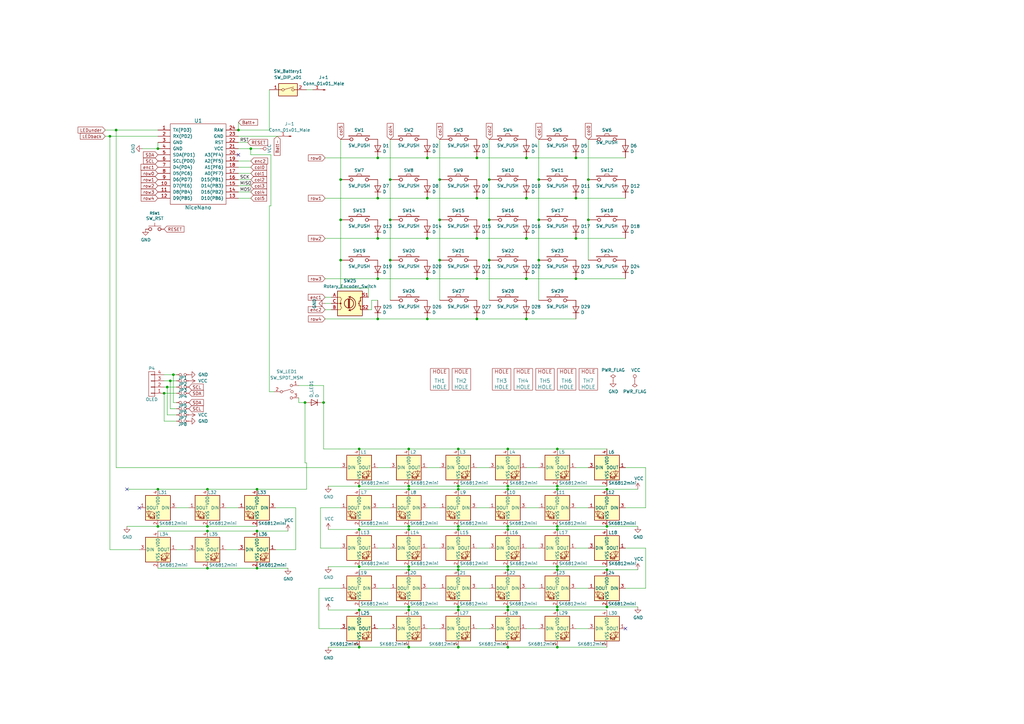
<source format=kicad_sch>
(kicad_sch (version 20211123) (generator eeschema)
  (paper "A3")
  (junction (at 187.96 199.39))
  (junction (at 228.6 233.68))
  (junction (at 228.6 265.43))
  (junction (at 154.94 81.28))
  (junction (at 187.96 232.41))
  (junction (at 228.6 250.19))
  (junction (at 154.94 114.3))
  (junction (at 187.96 233.68))
  (junction (at 215.9 114.3))
  (junction (at 45.085 55.88))
  (junction (at 105.41 200.66))
  (junction (at 220.98 106.68))
  (junction (at 187.96 250.19))
  (junction (at 85.09 215.9))
  (junction (at 187.96 215.9))
  (junction (at 236.22 114.3))
  (junction (at 175.26 81.28))
  (junction (at 208.28 248.92))
  (junction (at 208.28 233.68))
  (junction (at 85.09 233.045))
  (junction (at 85.09 200.66))
  (junction (at 180.34 73.66))
  (junction (at 228.6 200.66))
  (junction (at 187.96 200.66))
  (junction (at 228.6 199.39))
  (junction (at 167.64 233.68))
  (junction (at 248.92 215.9))
  (junction (at 167.64 199.39))
  (junction (at 102.87 60.96))
  (junction (at 208.28 217.17))
  (junction (at 200.66 73.66))
  (junction (at 175.26 130.81))
  (junction (at 200.66 90.17))
  (junction (at 147.32 250.19))
  (junction (at 154.94 97.79))
  (junction (at 228.6 232.41))
  (junction (at 175.26 64.77))
  (junction (at 236.22 64.77))
  (junction (at 187.96 248.92))
  (junction (at 47.625 53.34))
  (junction (at 147.32 265.43))
  (junction (at 105.41 217.805))
  (junction (at 195.58 64.77))
  (junction (at 215.9 130.81))
  (junction (at 167.64 250.19))
  (junction (at 167.64 265.43))
  (junction (at 241.3 73.66))
  (junction (at 147.32 217.17))
  (junction (at 71.12 153.67))
  (junction (at 208.28 215.9))
  (junction (at 228.6 248.92))
  (junction (at 175.26 114.3))
  (junction (at 228.6 215.9))
  (junction (at 167.64 215.9))
  (junction (at 147.32 184.15))
  (junction (at 208.28 200.66))
  (junction (at 236.22 97.79))
  (junction (at 248.92 200.66))
  (junction (at 215.9 64.77))
  (junction (at 228.6 217.17))
  (junction (at 187.96 217.17))
  (junction (at 248.92 233.68))
  (junction (at 67.31 161.29))
  (junction (at 220.98 90.17))
  (junction (at 200.66 106.68))
  (junction (at 175.26 97.79))
  (junction (at 97.79 53.34))
  (junction (at 125.095 165.1))
  (junction (at 139.7 73.66))
  (junction (at 147.32 199.39))
  (junction (at 167.64 248.92))
  (junction (at 147.32 232.41))
  (junction (at 241.3 90.17))
  (junction (at 187.96 184.15))
  (junction (at 154.94 130.81))
  (junction (at 64.77 215.9))
  (junction (at 208.28 250.19))
  (junction (at 220.98 73.66))
  (junction (at 215.9 97.79))
  (junction (at 195.58 81.28))
  (junction (at 208.28 232.41))
  (junction (at 85.09 217.805))
  (junction (at 105.41 233.045))
  (junction (at 68.58 158.75))
  (junction (at 139.7 90.17))
  (junction (at 208.28 199.39))
  (junction (at 167.64 200.66))
  (junction (at 248.92 248.92))
  (junction (at 154.94 64.77))
  (junction (at 64.77 60.96))
  (junction (at 64.77 200.66))
  (junction (at 160.02 73.66))
  (junction (at 195.58 97.79))
  (junction (at 167.64 184.15))
  (junction (at 180.34 106.68))
  (junction (at 160.02 106.68))
  (junction (at 69.85 156.21))
  (junction (at 167.64 217.17))
  (junction (at 208.28 184.15))
  (junction (at 215.9 81.28))
  (junction (at 195.58 130.81))
  (junction (at 236.22 81.28))
  (junction (at 208.28 265.43))
  (junction (at 195.58 114.3))
  (junction (at 132.715 165.1))
  (junction (at 167.64 232.41))
  (junction (at 160.02 90.17))
  (junction (at 228.6 184.15))
  (junction (at 180.34 90.17))
  (junction (at 139.7 106.68))
  (junction (at 187.96 265.43))
  (no_connect (at 97.79 63.5))
  (no_connect (at 52.07 200.66))
  (no_connect (at 256.54 257.81))
  (no_connect (at 57.15 208.28))
  (wire (pts (xy 154.94 97.79) (xy 133.35 97.79)))
  (wire (pts (xy 215.9 130.81) (xy 236.22 130.81)))
  (wire (pts (xy 72.39 165.1) (xy 71.12 165.1)))
  (wire (pts (xy 133.35 127) (xy 135.89 127)))
  (wire (pts (xy 208.28 215.9) (xy 228.6 215.9)))
  (wire (pts (xy 248.92 233.68) (xy 261.62 233.68)))
  (wire (pts (xy 187.96 265.43) (xy 208.28 265.43)))
  (wire (pts (xy 187.96 233.68) (xy 208.28 233.68)))
  (wire (pts (xy 167.64 233.68) (xy 187.96 233.68)))
  (wire (pts (xy 180.34 73.66) (xy 180.34 90.17)))
  (wire (pts (xy 187.96 232.41) (xy 208.28 232.41)))
  (wire (pts (xy 71.12 153.67) (xy 71.12 165.1)))
  (wire (pts (xy 208.28 248.92) (xy 228.6 248.92)))
  (wire (pts (xy 236.22 257.81) (xy 241.3 257.81)))
  (wire (pts (xy 133.35 130.81) (xy 154.94 130.81)))
  (wire (pts (xy 152.4 127) (xy 152.4 123.19)))
  (wire (pts (xy 154.94 241.3) (xy 160.02 241.3)))
  (wire (pts (xy 139.7 106.68) (xy 139.7 118.11)))
  (wire (pts (xy 147.32 200.66) (xy 167.64 200.66)))
  (wire (pts (xy 236.22 241.3) (xy 241.3 241.3)))
  (wire (pts (xy 228.6 248.92) (xy 248.92 248.92)))
  (wire (pts (xy 154.94 257.81) (xy 160.02 257.81)))
  (wire (pts (xy 154.94 208.28) (xy 160.02 208.28)))
  (wire (pts (xy 228.6 265.43) (xy 248.92 265.43)))
  (wire (pts (xy 228.6 232.41) (xy 248.92 232.41)))
  (wire (pts (xy 175.26 97.79) (xy 154.94 97.79)))
  (wire (pts (xy 147.32 265.43) (xy 167.64 265.43)))
  (wire (pts (xy 111.125 63.5) (xy 102.87 63.5)))
  (wire (pts (xy 147.32 184.15) (xy 167.64 184.15)))
  (wire (pts (xy 195.58 97.79) (xy 215.9 97.79)))
  (wire (pts (xy 241.3 73.66) (xy 241.3 57.15)))
  (wire (pts (xy 167.64 248.92) (xy 147.32 248.92)))
  (wire (pts (xy 228.6 184.15) (xy 248.92 184.15)))
  (wire (pts (xy 47.625 191.77) (xy 139.7 191.77)))
  (wire (pts (xy 97.79 53.34) (xy 110.49 53.34)))
  (wire (pts (xy 208.28 232.41) (xy 228.6 232.41)))
  (wire (pts (xy 97.79 73.66) (xy 102.87 73.66)))
  (wire (pts (xy 208.28 200.66) (xy 228.6 200.66)))
  (wire (pts (xy 154.94 114.3) (xy 133.35 114.3)))
  (wire (pts (xy 102.87 81.28) (xy 97.79 81.28)))
  (wire (pts (xy 122.555 158.115) (xy 132.715 158.115)))
  (wire (pts (xy 175.26 208.28) (xy 180.34 208.28)))
  (wire (pts (xy 215.9 81.28) (xy 236.22 81.28)))
  (wire (pts (xy 195.58 241.3) (xy 200.66 241.3)))
  (wire (pts (xy 64.77 58.42) (xy 64.77 60.96)))
  (wire (pts (xy 152.4 123.19) (xy 154.94 123.19)))
  (wire (pts (xy 105.41 200.66) (xy 125.73 200.66)))
  (wire (pts (xy 236.22 97.79) (xy 256.54 97.79)))
  (wire (pts (xy 132.715 158.115) (xy 132.715 165.1)))
  (wire (pts (xy 241.3 90.17) (xy 241.3 73.66)))
  (wire (pts (xy 215.9 208.28) (xy 220.98 208.28)))
  (wire (pts (xy 130.81 257.81) (xy 139.7 257.81)))
  (wire (pts (xy 208.28 199.39) (xy 228.6 199.39)))
  (wire (pts (xy 122.555 163.195) (xy 122.555 165.1)))
  (wire (pts (xy 175.26 114.3) (xy 195.58 114.3)))
  (wire (pts (xy 175.26 81.28) (xy 195.58 81.28)))
  (wire (pts (xy 132.715 165.1) (xy 132.715 184.15)))
  (wire (pts (xy 134.62 265.43) (xy 147.32 265.43)))
  (wire (pts (xy 45.085 55.88) (xy 64.77 55.88)))
  (wire (pts (xy 45.085 225.425) (xy 57.15 225.425)))
  (wire (pts (xy 175.26 224.79) (xy 180.34 224.79)))
  (wire (pts (xy 85.09 217.805) (xy 64.77 217.805)))
  (wire (pts (xy 131.445 208.28) (xy 131.445 224.79)))
  (wire (pts (xy 139.7 208.28) (xy 131.445 208.28)))
  (wire (pts (xy 236.22 64.77) (xy 256.54 64.77)))
  (wire (pts (xy 187.96 217.17) (xy 208.28 217.17)))
  (wire (pts (xy 228.6 199.39) (xy 248.92 199.39)))
  (wire (pts (xy 167.64 184.15) (xy 187.96 184.15)))
  (wire (pts (xy 134.62 232.41) (xy 147.32 232.41)))
  (wire (pts (xy 160.02 106.68) (xy 160.02 123.19)))
  (wire (pts (xy 105.41 217.805) (xy 85.09 217.805)))
  (wire (pts (xy 220.98 57.15) (xy 220.98 73.66)))
  (wire (pts (xy 110.49 160.655) (xy 112.395 160.655)))
  (wire (pts (xy 175.26 64.77) (xy 195.58 64.77)))
  (wire (pts (xy 236.22 191.77) (xy 241.3 191.77)))
  (wire (pts (xy 236.22 81.28) (xy 256.54 81.28)))
  (wire (pts (xy 105.41 217.805) (xy 118.11 217.805)))
  (wire (pts (xy 85.09 215.9) (xy 105.41 215.9)))
  (wire (pts (xy 68.58 158.75) (xy 72.39 158.75)))
  (wire (pts (xy 175.26 81.28) (xy 154.94 81.28)))
  (wire (pts (xy 167.64 200.66) (xy 187.96 200.66)))
  (wire (pts (xy 114.3 55.88) (xy 97.79 55.88)))
  (wire (pts (xy 167.64 232.41) (xy 187.96 232.41)))
  (wire (pts (xy 208.28 233.68) (xy 228.6 233.68)))
  (wire (pts (xy 97.79 68.58) (xy 102.87 68.58)))
  (wire (pts (xy 102.87 71.12) (xy 97.79 71.12)))
  (wire (pts (xy 154.94 224.79) (xy 160.02 224.79)))
  (wire (pts (xy 47.625 53.34) (xy 47.625 191.77)))
  (wire (pts (xy 106.68 60.96) (xy 102.87 60.96)))
  (wire (pts (xy 248.92 200.66) (xy 261.62 200.66)))
  (wire (pts (xy 220.98 106.68) (xy 220.98 90.17)))
  (wire (pts (xy 187.96 199.39) (xy 208.28 199.39)))
  (wire (pts (xy 175.26 241.3) (xy 180.34 241.3)))
  (wire (pts (xy 175.26 64.77) (xy 154.94 64.77)))
  (wire (pts (xy 180.34 57.15) (xy 180.34 73.66)))
  (wire (pts (xy 236.22 224.79) (xy 241.3 224.79)))
  (wire (pts (xy 187.96 265.43) (xy 167.64 265.43)))
  (wire (pts (xy 47.625 53.34) (xy 64.77 53.34)))
  (wire (pts (xy 67.31 156.21) (xy 69.85 156.21)))
  (wire (pts (xy 160.02 73.66) (xy 160.02 90.17)))
  (wire (pts (xy 215.9 224.79) (xy 220.98 224.79)))
  (wire (pts (xy 92.71 225.425) (xy 97.79 225.425)))
  (wire (pts (xy 151.13 121.92) (xy 151.13 118.11)))
  (wire (pts (xy 72.39 225.425) (xy 77.47 225.425)))
  (wire (pts (xy 175.26 130.81) (xy 195.58 130.81)))
  (wire (pts (xy 208.28 217.17) (xy 228.6 217.17)))
  (wire (pts (xy 72.39 170.18) (xy 68.58 170.18)))
  (wire (pts (xy 195.58 257.81) (xy 200.66 257.81)))
  (wire (pts (xy 122.555 165.1) (xy 125.095 165.1)))
  (wire (pts (xy 85.09 200.66) (xy 105.41 200.66)))
  (wire (pts (xy 64.77 200.66) (xy 85.09 200.66)))
  (wire (pts (xy 67.31 161.29) (xy 67.31 172.72)))
  (wire (pts (xy 215.9 97.79) (xy 236.22 97.79)))
  (wire (pts (xy 167.64 217.17) (xy 187.96 217.17)))
  (wire (pts (xy 85.09 233.045) (xy 64.77 233.045)))
  (wire (pts (xy 200.66 73.66) (xy 200.66 90.17)))
  (wire (pts (xy 228.6 217.17) (xy 248.92 217.17)))
  (wire (pts (xy 69.85 167.64) (xy 72.39 167.64)))
  (wire (pts (xy 97.79 76.2) (xy 102.87 76.2)))
  (wire (pts (xy 175.26 114.3) (xy 154.94 114.3)))
  (wire (pts (xy 195.58 130.81) (xy 215.9 130.81)))
  (wire (pts (xy 113.03 208.28) (xy 121.285 208.28)))
  (wire (pts (xy 147.32 250.19) (xy 167.64 250.19)))
  (wire (pts (xy 200.66 106.68) (xy 200.66 123.19)))
  (wire (pts (xy 241.3 90.17) (xy 241.3 106.68)))
  (wire (pts (xy 236.22 114.3) (xy 256.54 114.3)))
  (wire (pts (xy 264.795 224.79) (xy 264.795 241.3)))
  (wire (pts (xy 67.31 161.29) (xy 72.39 161.29)))
  (wire (pts (xy 167.64 250.19) (xy 187.96 250.19)))
  (wire (pts (xy 125.095 189.865) (xy 125.73 189.865)))
  (wire (pts (xy 180.34 90.17) (xy 180.34 106.68)))
  (wire (pts (xy 67.31 158.75) (xy 68.58 158.75)))
  (wire (pts (xy 52.07 215.9) (xy 64.77 215.9)))
  (wire (pts (xy 187.96 184.15) (xy 208.28 184.15)))
  (wire (pts (xy 264.795 191.77) (xy 264.795 208.28)))
  (wire (pts (xy 92.71 208.28) (xy 97.79 208.28)))
  (wire (pts (xy 105.41 233.045) (xy 118.11 233.045)))
  (wire (pts (xy 154.94 130.81) (xy 175.26 130.81)))
  (wire (pts (xy 236.22 64.77) (xy 215.9 64.77)))
  (wire (pts (xy 125.095 165.1) (xy 125.095 189.865)))
  (wire (pts (xy 154.94 81.28) (xy 133.35 81.28)))
  (wire (pts (xy 139.7 73.66) (xy 139.7 90.17)))
  (wire (pts (xy 167.64 199.39) (xy 187.96 199.39)))
  (wire (pts (xy 67.31 153.67) (xy 71.12 153.67)))
  (wire (pts (xy 133.35 121.92) (xy 135.89 121.92)))
  (wire (pts (xy 121.285 225.425) (xy 113.03 225.425)))
  (wire (pts (xy 151.13 127) (xy 152.4 127)))
  (wire (pts (xy 200.66 90.17) (xy 200.66 106.68)))
  (wire (pts (xy 110.49 84.455) (xy 111.125 84.455)))
  (wire (pts (xy 68.58 170.18) (xy 68.58 158.75)))
  (wire (pts (xy 195.58 208.28) (xy 200.66 208.28)))
  (wire (pts (xy 167.64 248.92) (xy 187.96 248.92)))
  (wire (pts (xy 248.92 248.92) (xy 261.62 248.92)))
  (wire (pts (xy 134.62 217.17) (xy 147.32 217.17)))
  (wire (pts (xy 215.9 241.3) (xy 220.98 241.3)))
  (wire (pts (xy 132.715 184.15) (xy 147.32 184.15)))
  (wire (pts (xy 97.79 66.04) (xy 102.87 66.04)))
  (wire (pts (xy 43.18 53.34) (xy 47.625 53.34)))
  (wire (pts (xy 45.085 55.88) (xy 45.085 225.425)))
  (wire (pts (xy 139.7 57.15) (xy 139.7 73.66)))
  (wire (pts (xy 228.6 215.9) (xy 248.92 215.9)))
  (wire (pts (xy 208.28 250.19) (xy 228.6 250.19)))
  (wire (pts (xy 215.9 257.81) (xy 220.98 257.81)))
  (wire (pts (xy 195.58 64.77) (xy 215.9 64.77)))
  (wire (pts (xy 43.18 55.88) (xy 45.085 55.88)))
  (wire (pts (xy 195.58 191.77) (xy 200.66 191.77)))
  (wire (pts (xy 256.54 224.79) (xy 264.795 224.79)))
  (wire (pts (xy 102.87 63.5) (xy 102.87 60.96)))
  (wire (pts (xy 187.96 200.66) (xy 208.28 200.66)))
  (wire (pts (xy 228.6 200.66) (xy 248.92 200.66)))
  (wire (pts (xy 195.58 81.28) (xy 215.9 81.28)))
  (wire (pts (xy 175.26 191.77) (xy 180.34 191.77)))
  (wire (pts (xy 256.54 191.77) (xy 264.795 191.77)))
  (wire (pts (xy 215.9 114.3) (xy 236.22 114.3)))
  (wire (pts (xy 102.87 78.74) (xy 97.79 78.74)))
  (wire (pts (xy 154.94 64.77) (xy 133.35 64.77)))
  (wire (pts (xy 167.64 232.41) (xy 147.32 232.41)))
  (wire (pts (xy 167.64 215.9) (xy 187.96 215.9)))
  (wire (pts (xy 147.32 233.68) (xy 167.64 233.68)))
  (wire (pts (xy 110.49 84.455) (xy 110.49 160.655)))
  (wire (pts (xy 200.66 57.15) (xy 200.66 73.66)))
  (wire (pts (xy 160.02 90.17) (xy 160.02 106.68)))
  (wire (pts (xy 160.02 57.15) (xy 160.02 73.66)))
  (wire (pts (xy 187.96 215.9) (xy 208.28 215.9)))
  (wire (pts (xy 228.6 250.19) (xy 248.92 250.19)))
  (wire (pts (xy 52.07 200.66) (xy 64.77 200.66)))
  (wire (pts (xy 125.73 200.66) (xy 125.73 189.865)))
  (wire (pts (xy 139.7 90.17) (xy 139.7 106.68)))
  (wire (pts (xy 195.58 114.3) (xy 215.9 114.3)))
  (wire (pts (xy 147.32 217.17) (xy 167.64 217.17)))
  (wire (pts (xy 175.26 97.79) (xy 195.58 97.79)))
  (wire (pts (xy 228.6 233.68) (xy 248.92 233.68)))
  (wire (pts (xy 102.87 60.96) (xy 97.79 60.96)))
  (wire (pts (xy 97.79 50.165) (xy 97.79 53.34)))
  (wire (pts (xy 248.92 215.9) (xy 261.62 215.9)))
  (wire (pts (xy 264.795 208.28) (xy 256.54 208.28)))
  (wire (pts (xy 110.49 53.34) (xy 110.49 36.83)))
  (wire (pts (xy 64.77 215.9) (xy 85.09 215.9)))
  (wire (pts (xy 215.9 191.77) (xy 220.98 191.77)))
  (wire (pts (xy 134.62 250.19) (xy 147.32 250.19)))
  (wire (pts (xy 67.31 172.72) (xy 72.39 172.72)))
  (wire (pts (xy 139.7 241.3) (xy 130.81 241.3)))
  (wire (pts (xy 264.795 241.3) (xy 256.54 241.3)))
  (wire (pts (xy 167.64 199.39) (xy 147.32 199.39)))
  (wire (pts (xy 101.6 58.42) (xy 97.79 58.42)))
  (wire (pts (xy 236.22 208.28) (xy 241.3 208.28)))
  (wire (pts (xy 69.85 156.21) (xy 69.85 167.64)))
  (wire (pts (xy 154.94 191.77) (xy 160.02 191.77)))
  (wire (pts (xy 195.58 224.79) (xy 200.66 224.79)))
  (wire (pts (xy 180.34 106.68) (xy 180.34 123.19)))
  (wire (pts (xy 151.13 118.11) (xy 139.7 118.11)))
  (wire (pts (xy 220.98 106.68) (xy 220.98 123.19)))
  (wire (pts (xy 167.64 215.9) (xy 147.32 215.9)))
  (wire (pts (xy 64.77 60.96) (xy 58.42 60.96)))
  (wire (pts (xy 175.26 257.81) (xy 180.34 257.81)))
  (wire (pts (xy 72.39 156.21) (xy 69.85 156.21)))
  (wire (pts (xy 133.35 124.46) (xy 135.89 124.46)))
  (wire (pts (xy 72.39 153.67) (xy 71.12 153.67)))
  (wire (pts (xy 125.73 36.83) (xy 128.27 36.83)))
  (wire (pts (xy 130.81 241.3) (xy 130.81 257.81)))
  (wire (pts (xy 208.28 265.43) (xy 228.6 265.43)))
  (wire (pts (xy 105.41 233.045) (xy 85.09 233.045)))
  (wire (pts (xy 111.125 84.455) (xy 111.125 63.5)))
  (wire (pts (xy 187.96 250.19) (xy 208.28 250.19)))
  (wire (pts (xy 121.285 225.425) (xy 121.285 208.28)))
  (wire (pts (xy 72.39 208.28) (xy 77.47 208.28)))
  (wire (pts (xy 220.98 73.66) (xy 220.98 90.17)))
  (wire (pts (xy 131.445 224.79) (xy 139.7 224.79)))
  (wire (pts (xy 134.62 199.39) (xy 147.32 199.39)))
  (wire (pts (xy 187.96 248.92) (xy 208.28 248.92)))
  (wire (pts (xy 208.28 184.15) (xy 228.6 184.15)))
  (label "MISO" (at 98.425 76.2 0))
  (label "RST" (at 98.425 58.42 0))
  (label "SCK" (at 98.425 73.66 0))
  (label "MOSI" (at 98.425 78.74 0))
  (global_label "col4" (shape input) (at 160.02 57.15 90) (property "Intersheet References" "${INTERSHEET_REFS}" (effects hide)))
  (global_label "col5" (shape input) (at 102.87 81.28 0) (property "Intersheet References" "${INTERSHEET_REFS}" (effects hide)))
  (global_label "row1" (shape input) (at 133.35 81.28 180) (property "Intersheet References" "${INTERSHEET_REFS}" (effects hide)))
  (global_label "col2" (shape input) (at 102.87 73.66 0) (property "Intersheet References" "${INTERSHEET_REFS}" (effects hide)))
  (global_label "Batt+" (shape input) (at 97.79 50.165 0) (property "Intersheet References" "${INTERSHEET_REFS}" (effects hide)))
  (global_label "LEDunder" (shape input) (at 43.18 53.34 180) (property "Intersheet References" "${INTERSHEET_REFS}" (effects hide)))
  (global_label "enc1" (shape input) (at 133.35 121.92 180) (property "Intersheet References" "${INTERSHEET_REFS}" (effects hide)))
  (global_label "SCL" (shape input) (at 64.77 66.04 180) (property "Intersheet References" "${INTERSHEET_REFS}" (effects hide)))
  (global_label "SDA" (shape input) (at 77.47 165.1 0) (property "Intersheet References" "${INTERSHEET_REFS}" (effects hide)))
  (global_label "row4" (shape input) (at 133.35 130.81 180) (property "Intersheet References" "${INTERSHEET_REFS}" (effects hide)))
  (global_label "SDA" (shape input) (at 77.47 161.29 0) (property "Intersheet References" "${INTERSHEET_REFS}" (effects hide)))
  (global_label "col1" (shape input) (at 220.98 57.15 90) (property "Intersheet References" "${INTERSHEET_REFS}" (effects hide)))
  (global_label "col0" (shape input) (at 102.87 68.58 0) (property "Intersheet References" "${INTERSHEET_REFS}" (effects hide)))
  (global_label "enc1" (shape input) (at 64.77 68.58 180) (property "Intersheet References" "${INTERSHEET_REFS}" (effects hide)))
  (global_label "col2" (shape input) (at 200.66 57.15 90) (property "Intersheet References" "${INTERSHEET_REFS}" (effects hide)))
  (global_label "col4" (shape input) (at 102.87 78.74 0) (property "Intersheet References" "${INTERSHEET_REFS}" (effects hide)))
  (global_label "enc2" (shape input) (at 102.87 66.04 0) (property "Intersheet References" "${INTERSHEET_REFS}" (effects hide)))
  (global_label "RESET" (shape input) (at 101.6 58.42 0) (property "Intersheet References" "${INTERSHEET_REFS}" (effects hide)))
  (global_label "row2" (shape input) (at 133.35 97.79 180) (property "Intersheet References" "${INTERSHEET_REFS}" (effects hide)))
  (global_label "LEDback" (shape input) (at 43.18 55.88 180) (property "Intersheet References" "${INTERSHEET_REFS}" (effects hide)))
  (global_label "SCL" (shape input) (at 77.47 158.75 0) (property "Intersheet References" "${INTERSHEET_REFS}" (effects hide)))
  (global_label "row2" (shape input) (at 64.77 76.2 180) (property "Intersheet References" "${INTERSHEET_REFS}" (effects hide)))
  (global_label "col1" (shape input) (at 102.87 71.12 0) (property "Intersheet References" "${INTERSHEET_REFS}" (effects hide)))
  (global_label "col5" (shape input) (at 139.7 57.15 90) (property "Intersheet References" "${INTERSHEET_REFS}" (effects hide)))
  (global_label "Batt-" (shape input) (at 113.665 55.88 270) (property "Intersheet References" "${INTERSHEET_REFS}" (effects hide)))
  (global_label "row1" (shape input) (at 64.77 73.66 180) (property "Intersheet References" "${INTERSHEET_REFS}" (effects hide)))
  (global_label "RESET" (shape input) (at 67.31 93.98 0) (property "Intersheet References" "${INTERSHEET_REFS}" (effects hide)))
  (global_label "col3" (shape input) (at 102.87 76.2 0) (property "Intersheet References" "${INTERSHEET_REFS}" (effects hide)))
  (global_label "row0" (shape input) (at 64.77 71.12 180) (property "Intersheet References" "${INTERSHEET_REFS}" (effects hide)))
  (global_label "SDA" (shape input) (at 64.77 63.5 180) (property "Intersheet References" "${INTERSHEET_REFS}" (effects hide)))
  (global_label "col0" (shape input) (at 241.3 57.15 90) (property "Intersheet References" "${INTERSHEET_REFS}" (effects hide)))
  (global_label "row0" (shape input) (at 133.35 64.77 180) (property "Intersheet References" "${INTERSHEET_REFS}" (effects hide)))
  (global_label "row4" (shape input) (at 64.77 81.28 180) (property "Intersheet References" "${INTERSHEET_REFS}" (effects hide)))
  (global_label "SCL" (shape input) (at 77.47 167.64 0) (property "Intersheet References" "${INTERSHEET_REFS}" (effects hide)))
  (global_label "row3" (shape input) (at 133.35 114.3 180) (property "Intersheet References" "${INTERSHEET_REFS}" (effects hide)))
  (global_label "col3" (shape input) (at 180.34 57.15 90) (property "Intersheet References" "${INTERSHEET_REFS}" (effects hide)))
  (global_label "row3" (shape input) (at 64.77 78.74 180) (property "Intersheet References" "${INTERSHEET_REFS}" (effects hide)))
  (global_label "enc2" (shape input) (at 133.35 127 180) (property "Intersheet References" "${INTERSHEET_REFS}" (effects hide)))
  (symbol (lib_id "Lily58-rescue:ProMicro_2-Lily58-cache") (at 81.28 67.31 0) (unit 1)
    (property "Reference" "U1" (at 81.28 49.53 0) (effects (font (size 1.524 1.524))))
    (property "Value" "NiceNano" (at 81.28 85.09 0) (effects (font (size 1.524 1.524))))
    (property "Footprint" "nice-nano-kicad:nice_nano" (effects hide))
  )
  (symbol (lib_id "Lily58-rescue:SW_PUSH-Lily58-cache") (at 167.64 123.19 0) (unit 1)
    (property "Reference" "SW26" (at 167.64 119.38 0))
    (property "Value" "SW_PUSH" (at 167.64 125.73 0))
    (property "Footprint" "Lily58-footprint:MX_Socket_18mm" (effects hide))
  )
  (symbol (lib_id "Lily58-rescue:SW_PUSH-Lily58-cache") (at 147.32 57.15 0) (unit 1)
    (property "Reference" "SW1" (at 147.32 53.34 0))
    (property "Value" "SW_PUSH" (at 147.32 59.69 0))
    (property "Footprint" "Lily58-footprint:MX_Socket_18mm" (effects hide))
  )
  (symbol (lib_id "Lily58-rescue:D-Lily58-cache") (at 154.94 60.96 90) (unit 1)
    (property "Reference" "D1" (at 156.9466 59.7916 90) (effects (justify right)))
    (property "Value" "D" (at 156.9466 62.103 90) (effects (justify right)))
    (property "Footprint" "Diode_THT:D_A-405_P7.62mm_Horizontal" (effects hide))
  )
  (symbol (lib_id "Lily58-rescue:SW_PUSH-Lily58-cache") (at 167.64 57.15 0) (unit 1)
    (property "Reference" "SW2" (at 167.64 53.34 0))
    (property "Value" "SW_PUSH" (at 167.64 59.69 0))
    (property "Footprint" "Lily58-footprint:MX_Socket_18mm" (effects hide))
  )
  (symbol (lib_id "Lily58-rescue:D-Lily58-cache") (at 175.26 60.96 90) (unit 1)
    (property "Reference" "D2" (at 177.2666 59.7916 90) (effects (justify right)))
    (property "Value" "D" (at 177.2666 62.103 90) (effects (justify right)))
    (property "Footprint" "Diode_THT:D_A-405_P7.62mm_Horizontal" (effects hide))
  )
  (symbol (lib_id "Lily58-rescue:SW_PUSH-Lily58-cache") (at 187.96 57.15 0) (unit 1)
    (property "Reference" "SW3" (at 187.96 53.34 0))
    (property "Value" "SW_PUSH" (at 187.96 59.69 0))
    (property "Footprint" "Lily58-footprint:MX_Socket_18mm" (effects hide))
  )
  (symbol (lib_id "Lily58-rescue:D-Lily58-cache") (at 195.58 60.96 90) (unit 1)
    (property "Reference" "D3" (at 197.5866 59.7916 90) (effects (justify right)))
    (property "Value" "D" (at 197.5866 62.103 90) (effects (justify right)))
    (property "Footprint" "Diode_THT:D_A-405_P7.62mm_Horizontal" (effects hide))
  )
  (symbol (lib_id "Lily58-rescue:SW_PUSH-Lily58-cache") (at 208.28 57.15 0) (unit 1)
    (property "Reference" "SW4" (at 208.28 53.34 0))
    (property "Value" "SW_PUSH" (at 208.28 59.69 0))
    (property "Footprint" "Lily58-footprint:MX_Socket_18mm" (effects hide))
  )
  (symbol (lib_id "Lily58-rescue:D-Lily58-cache") (at 215.9 60.96 90) (unit 1)
    (property "Reference" "D4" (at 217.9066 59.7916 90) (effects (justify right)))
    (property "Value" "D" (at 217.9066 62.103 90) (effects (justify right)))
    (property "Footprint" "Diode_THT:D_A-405_P7.62mm_Horizontal" (effects hide))
  )
  (symbol (lib_id "Lily58-rescue:SW_PUSH-Lily58-cache") (at 228.6 57.15 0) (unit 1)
    (property "Reference" "SW5" (at 228.6 53.34 0))
    (property "Value" "SW_PUSH" (at 228.6 59.69 0))
    (property "Footprint" "Lily58-footprint:MX_Socket_18mm" (effects hide))
  )
  (symbol (lib_id "Lily58-rescue:D-Lily58-cache") (at 236.22 60.96 90) (unit 1)
    (property "Reference" "D5" (at 238.2266 59.7916 90) (effects (justify right)))
    (property "Value" "D" (at 238.2266 62.103 90) (effects (justify right)))
    (property "Footprint" "Diode_THT:D_A-405_P7.62mm_Horizontal" (effects hide))
  )
  (symbol (lib_id "Lily58-rescue:SW_PUSH-Lily58-cache") (at 248.92 57.15 0) (unit 1)
    (property "Reference" "SW6" (at 248.92 53.34 0))
    (property "Value" "SW_PUSH" (at 248.92 58.42 0))
    (property "Footprint" "Lily58-footprint:MX_Socket_18mm" (effects hide))
  )
  (symbol (lib_id "Lily58-rescue:D-Lily58-cache") (at 256.54 60.96 90) (unit 1)
    (property "Reference" "D6" (at 258.5466 59.7916 90) (effects (justify right)))
    (property "Value" "D" (at 258.5466 62.103 90) (effects (justify right)))
    (property "Footprint" "Diode_THT:D_A-405_P7.62mm_Horizontal" (effects hide))
  )
  (symbol (lib_id "Lily58-rescue:SW_PUSH-Lily58-cache") (at 167.64 73.66 0) (unit 1)
    (property "Reference" "SW8" (at 167.64 69.85 0))
    (property "Value" "SW_PUSH" (at 167.64 76.2 0))
    (property "Footprint" "Lily58-footprint:MX_Socket_18mm" (effects hide))
  )
  (symbol (lib_id "Lily58-rescue:SW_PUSH-Lily58-cache") (at 187.96 73.66 0) (unit 1)
    (property "Reference" "SW9" (at 187.96 69.85 0))
    (property "Value" "SW_PUSH" (at 187.96 76.2 0))
    (property "Footprint" "Lily58-footprint:MX_Socket_18mm" (effects hide))
  )
  (symbol (lib_id "Lily58-rescue:SW_PUSH-Lily58-cache") (at 208.28 73.66 0) (unit 1)
    (property "Reference" "SW10" (at 208.28 69.85 0))
    (property "Value" "SW_PUSH" (at 208.28 76.2 0))
    (property "Footprint" "Lily58-footprint:MX_Socket_18mm" (effects hide))
  )
  (symbol (lib_id "Lily58-rescue:SW_PUSH-Lily58-cache") (at 228.6 73.66 0) (unit 1)
    (property "Reference" "SW11" (at 228.6 69.85 0))
    (property "Value" "SW_PUSH" (at 228.6 76.2 0))
    (property "Footprint" "Lily58-footprint:MX_Socket_18mm" (effects hide))
  )
  (symbol (lib_id "Lily58-rescue:SW_PUSH-Lily58-cache") (at 248.92 73.66 0) (unit 1)
    (property "Reference" "SW12" (at 248.92 69.85 0))
    (property "Value" "SW_PUSH" (at 248.92 76.2 0))
    (property "Footprint" "Lily58-footprint:MX_Socket_18mm" (effects hide))
  )
  (symbol (lib_id "Lily58-rescue:SW_PUSH-Lily58-cache") (at 147.32 73.66 0) (unit 1)
    (property "Reference" "SW7" (at 147.32 69.85 0))
    (property "Value" "SW_PUSH" (at 147.32 76.2 0))
    (property "Footprint" "Lily58-footprint:MX_Socket_18mm" (effects hide))
  )
  (symbol (lib_id "Lily58-rescue:D-Lily58-cache") (at 154.94 77.47 90) (unit 1)
    (property "Reference" "D7" (at 156.9466 76.3016 90) (effects (justify right)))
    (property "Value" "D" (at 156.9466 78.613 90) (effects (justify right)))
    (property "Footprint" "Diode_THT:D_A-405_P7.62mm_Horizontal" (effects hide))
  )
  (symbol (lib_id "Lily58-rescue:D-Lily58-cache") (at 175.26 77.47 90) (unit 1)
    (property "Reference" "D8" (at 177.2666 76.3016 90) (effects (justify right)))
    (property "Value" "D" (at 177.2666 78.613 90) (effects (justify right)))
    (property "Footprint" "Diode_THT:D_A-405_P7.62mm_Horizontal" (effects hide))
  )
  (symbol (lib_id "Lily58-rescue:D-Lily58-cache") (at 195.58 77.47 90) (unit 1)
    (property "Reference" "D9" (at 197.5866 76.3016 90) (effects (justify right)))
    (property "Value" "D" (at 197.5866 78.613 90) (effects (justify right)))
    (property "Footprint" "Diode_THT:D_A-405_P7.62mm_Horizontal" (effects hide))
  )
  (symbol (lib_id "Lily58-rescue:D-Lily58-cache") (at 215.9 77.47 90) (unit 1)
    (property "Reference" "D10" (at 217.9066 76.3016 90) (effects (justify right)))
    (property "Value" "D" (at 217.9066 78.613 90) (effects (justify right)))
    (property "Footprint" "Diode_THT:D_A-405_P7.62mm_Horizontal" (effects hide))
  )
  (symbol (lib_id "Lily58-rescue:D-Lily58-cache") (at 236.22 77.47 90) (unit 1)
    (property "Reference" "D11" (at 238.2266 76.3016 90) (effects (justify right)))
    (property "Value" "D" (at 238.2266 78.613 90) (effects (justify right)))
    (property "Footprint" "Diode_THT:D_A-405_P7.62mm_Horizontal" (effects hide))
  )
  (symbol (lib_id "Lily58-rescue:D-Lily58-cache") (at 256.54 77.47 90) (unit 1)
    (property "Reference" "D12" (at 258.5466 76.3016 90) (effects (justify right)))
    (property "Value" "D" (at 258.5466 78.613 90) (effects (justify right)))
    (property "Footprint" "Diode_THT:D_A-405_P7.62mm_Horizontal" (effects hide))
  )
  (symbol (lib_id "Lily58-rescue:SW_PUSH-Lily58-cache") (at 147.32 90.17 0) (unit 1)
    (property "Reference" "SW13" (at 147.32 86.36 0))
    (property "Value" "SW_PUSH" (at 147.32 92.71 0))
    (property "Footprint" "Lily58-footprint:MX_Socket_18mm" (effects hide))
  )
  (symbol (lib_id "Lily58-rescue:SW_PUSH-Lily58-cache") (at 167.64 90.17 0) (unit 1)
    (property "Reference" "SW14" (at 167.64 86.36 0))
    (property "Value" "SW_PUSH" (at 167.64 92.71 0))
    (property "Footprint" "Lily58-footprint:MX_Socket_18mm" (effects hide))
  )
  (symbol (lib_id "Lily58-rescue:SW_PUSH-Lily58-cache") (at 187.96 90.17 0) (unit 1)
    (property "Reference" "SW15" (at 187.96 86.36 0))
    (property "Value" "SW_PUSH" (at 187.96 92.71 0))
    (property "Footprint" "Lily58-footprint:MX_Socket_18mm" (effects hide))
  )
  (symbol (lib_id "Lily58-rescue:SW_PUSH-Lily58-cache") (at 208.28 90.17 0) (unit 1)
    (property "Reference" "SW16" (at 208.28 86.36 0))
    (property "Value" "SW_PUSH" (at 208.28 92.71 0))
    (property "Footprint" "Lily58-footprint:MX_Socket_18mm" (effects hide))
  )
  (symbol (lib_id "Lily58-rescue:SW_PUSH-Lily58-cache") (at 228.6 90.17 0) (unit 1)
    (property "Reference" "SW17" (at 228.6 86.36 0))
    (property "Value" "SW_PUSH" (at 228.6 92.71 0))
    (property "Footprint" "Lily58-footprint:MX_Socket_18mm" (effects hide))
  )
  (symbol (lib_id "Lily58-rescue:SW_PUSH-Lily58-cache") (at 248.92 90.17 0) (unit 1)
    (property "Reference" "SW18" (at 248.92 86.36 0))
    (property "Value" "SW_PUSH" (at 248.92 92.71 0))
    (property "Footprint" "Lily58-footprint:MX_Socket_18mm" (effects hide))
  )
  (symbol (lib_id "Lily58-rescue:D-Lily58-cache") (at 154.94 93.98 90) (unit 1)
    (property "Reference" "D13" (at 156.9466 92.8116 90) (effects (justify right)))
    (property "Value" "D" (at 156.9466 95.123 90) (effects (justify right)))
    (property "Footprint" "Diode_THT:D_A-405_P7.62mm_Horizontal" (effects hide))
  )
  (symbol (lib_id "Lily58-rescue:D-Lily58-cache") (at 175.26 93.98 90) (unit 1)
    (property "Reference" "D14" (at 177.2666 92.8116 90) (effects (justify right)))
    (property "Value" "D" (at 177.2666 95.123 90) (effects (justify right)))
    (property "Footprint" "Diode_THT:D_A-405_P7.62mm_Horizontal" (effects hide))
  )
  (symbol (lib_id "Lily58-rescue:D-Lily58-cache") (at 195.58 93.98 90) (unit 1)
    (property "Reference" "D15" (at 197.5866 92.8116 90) (effects (justify right)))
    (property "Value" "D" (at 197.5866 95.123 90) (effects (justify right)))
    (property "Footprint" "Diode_THT:D_A-405_P7.62mm_Horizontal" (effects hide))
  )
  (symbol (lib_id "Lily58-rescue:D-Lily58-cache") (at 215.9 93.98 90) (unit 1)
    (property "Reference" "D16" (at 217.9066 92.8116 90) (effects (justify right)))
    (property "Value" "D" (at 217.9066 95.123 90) (effects (justify right)))
    (property "Footprint" "Diode_THT:D_A-405_P7.62mm_Horizontal" (effects hide))
  )
  (symbol (lib_id "Lily58-rescue:D-Lily58-cache") (at 236.22 93.98 90) (unit 1)
    (property "Reference" "D17" (at 238.2266 92.8116 90) (effects (justify right)))
    (property "Value" "D" (at 238.2266 95.123 90) (effects (justify right)))
    (property "Footprint" "Diode_THT:D_A-405_P7.62mm_Horizontal" (effects hide))
  )
  (symbol (lib_id "Lily58-rescue:D-Lily58-cache") (at 256.54 93.98 90) (unit 1)
    (property "Reference" "D18" (at 258.5466 92.8116 90) (effects (justify right)))
    (property "Value" "D" (at 258.5466 95.123 90) (effects (justify right)))
    (property "Footprint" "Diode_THT:D_A-405_P7.62mm_Horizontal" (effects hide))
  )
  (symbol (lib_id "Lily58-rescue:SW_PUSH-Lily58-cache") (at 187.96 106.68 0) (unit 1)
    (property "Reference" "SW21" (at 187.96 102.87 0))
    (property "Value" "SW_PUSH" (at 187.96 109.22 0))
    (property "Footprint" "Lily58-footprint:MX_Socket_18mm" (effects hide))
  )
  (symbol (lib_id "Lily58-rescue:SW_PUSH-Lily58-cache") (at 208.28 106.68 0) (unit 1)
    (property "Reference" "SW22" (at 208.28 102.87 0))
    (property "Value" "SW_PUSH" (at 208.28 109.22 0))
    (property "Footprint" "Lily58-footprint:MX_Socket_18mm" (effects hide))
  )
  (symbol (lib_id "Lily58-rescue:SW_PUSH-Lily58-cache") (at 228.6 106.68 0) (unit 1)
    (property "Reference" "SW23" (at 228.6 102.87 0))
    (property "Value" "SW_PUSH" (at 228.6 109.22 0))
    (property "Footprint" "Lily58-footprint:MX_Socket_18mm" (effects hide))
  )
  (symbol (lib_id "Lily58-rescue:SW_PUSH-Lily58-cache") (at 248.92 106.68 0) (unit 1)
    (property "Reference" "SW24" (at 248.92 102.87 0))
    (property "Value" "SW_PUSH" (at 248.92 109.22 0))
    (property "Footprint" "Lily58-footprint:MX_Socket_18mm" (effects hide))
  )
  (symbol (lib_id "Lily58-rescue:SW_PUSH-Lily58-cache") (at 167.64 106.68 0) (unit 1)
    (property "Reference" "SW20" (at 167.64 102.87 0))
    (property "Value" "SW_PUSH" (at 167.64 109.22 0))
    (property "Footprint" "Lily58-footprint:MX_Socket_18mm" (effects hide))
  )
  (symbol (lib_id "Lily58-rescue:SW_PUSH-Lily58-cache") (at 147.32 106.68 0) (unit 1)
    (property "Reference" "SW19" (at 147.32 102.87 0))
    (property "Value" "SW_PUSH" (at 147.32 109.22 0))
    (property "Footprint" "Lily58-footprint:MX_Socket_18mm" (effects hide))
  )
  (symbol (lib_id "Lily58-rescue:D-Lily58-cache") (at 154.94 110.49 90) (unit 1)
    (property "Reference" "D19" (at 156.9466 109.3216 90) (effects (justify right)))
    (property "Value" "D" (at 156.9466 111.633 90) (effects (justify right)))
    (property "Footprint" "Diode_THT:D_A-405_P7.62mm_Horizontal" (effects hide))
  )
  (symbol (lib_id "Lily58-rescue:D-Lily58-cache") (at 175.26 110.49 90) (unit 1)
    (property "Reference" "D20" (at 177.2666 109.3216 90) (effects (justify right)))
    (property "Value" "D" (at 177.2666 111.633 90) (effects (justify right)))
    (property "Footprint" "Diode_THT:D_A-405_P7.62mm_Horizontal" (effects hide))
  )
  (symbol (lib_id "Lily58-rescue:D-Lily58-cache") (at 195.58 110.49 90) (unit 1)
    (property "Reference" "D21" (at 197.5866 109.3216 90) (effects (justify right)))
    (property "Value" "D" (at 197.5866 111.633 90) (effects (justify right)))
    (property "Footprint" "Diode_THT:D_A-405_P7.62mm_Horizontal" (effects hide))
  )
  (symbol (lib_id "Lily58-rescue:D-Lily58-cache") (at 215.9 110.49 90) (unit 1)
    (property "Reference" "D22" (at 217.9066 109.3216 90) (effects (justify right)))
    (property "Value" "D" (at 217.9066 111.633 90) (effects (justify right)))
    (property "Footprint" "Diode_THT:D_A-405_P7.62mm_Horizontal" (effects hide))
  )
  (symbol (lib_id "Lily58-rescue:D-Lily58-cache") (at 236.22 110.49 90) (unit 1)
    (property "Reference" "D23" (at 238.2266 109.3216 90) (effects (justify right)))
    (property "Value" "D" (at 238.2266 111.633 90) (effects (justify right)))
    (property "Footprint" "Diode_THT:D_A-405_P7.62mm_Horizontal" (effects hide))
  )
  (symbol (lib_id "Lily58-rescue:D-Lily58-cache") (at 256.54 110.49 90) (unit 1)
    (property "Reference" "D24" (at 258.5466 109.3216 90) (effects (justify right)))
    (property "Value" "D" (at 258.5466 111.633 90) (effects (justify right)))
    (property "Footprint" "Diode_THT:D_A-405_P7.62mm_Horizontal" (effects hide))
  )
  (symbol (lib_id "Lily58-rescue:SW_PUSH-Lily58-cache") (at 187.96 123.19 0) (unit 1)
    (property "Reference" "SW27" (at 187.96 119.38 0))
    (property "Value" "SW_PUSH" (at 187.96 125.73 0))
    (property "Footprint" "Lily58-footprint:MX_Socket_18mm" (effects hide))
  )
  (symbol (lib_id "Lily58-rescue:SW_PUSH-Lily58-cache") (at 208.28 123.19 0) (unit 1)
    (property "Reference" "SW28" (at 208.28 119.38 0))
    (property "Value" "SW_PUSH" (at 208.28 125.73 0))
    (property "Footprint" "Lily58-footprint:MX_Socket_18mm" (effects hide))
  )
  (symbol (lib_id "Lily58-rescue:SW_PUSH-Lily58-cache") (at 228.6 123.19 0) (unit 1)
    (property "Reference" "SW29" (at 228.6 119.38 0))
    (property "Value" "SW_PUSH" (at 228.6 125.73 0))
    (property "Footprint" "Lily58-footprint:MX_Socket_18mm" (effects hide))
  )
  (symbol (lib_id "Lily58-rescue:D-Lily58-cache") (at 154.94 127 90) (unit 1)
    (property "Reference" "D25" (at 156.9466 125.8316 90) (effects (justify right)))
    (property "Value" "D" (at 156.9466 128.143 90) (effects (justify right)))
    (property "Footprint" "Diode_THT:D_A-405_P7.62mm_Horizontal" (effects hide))
  )
  (symbol (lib_id "Lily58-rescue:D-Lily58-cache") (at 175.26 127 90) (unit 1)
    (property "Reference" "D26" (at 177.2666 125.8316 90) (effects (justify right)))
    (property "Value" "D" (at 177.2666 128.143 90) (effects (justify right)))
    (property "Footprint" "Diode_THT:D_A-405_P7.62mm_Horizontal" (effects hide))
  )
  (symbol (lib_id "Lily58-rescue:D-Lily58-cache") (at 195.58 127 90) (unit 1)
    (property "Reference" "D27" (at 197.5866 125.8316 90) (effects (justify right)))
    (property "Value" "D" (at 197.5866 128.143 90) (effects (justify right)))
    (property "Footprint" "Diode_THT:D_A-405_P7.62mm_Horizontal" (effects hide))
  )
  (symbol (lib_id "Lily58-rescue:D-Lily58-cache") (at 215.9 127 90) (unit 1)
    (property "Reference" "D28" (at 217.9066 125.8316 90) (effects (justify right)))
    (property "Value" "D" (at 217.9066 128.143 90) (effects (justify right)))
    (property "Footprint" "Diode_THT:D_A-405_P7.62mm_Horizontal" (effects hide))
  )
  (symbol (lib_id "Lily58-rescue:D-Lily58-cache") (at 236.22 127 90) (unit 1)
    (property "Reference" "D29" (at 238.2266 125.8316 90) (effects (justify right)))
    (property "Value" "D" (at 238.2266 128.143 90) (effects (justify right)))
    (property "Footprint" "Diode_THT:D_A-405_P7.62mm_Horizontal" (effects hide))
  )
  (symbol (lib_id "Lily58-rescue:VCC-Lily58-cache") (at 106.68 60.96 270) (unit 1)
    (property "Reference" "#PWR04" (effects hide))
    (property "Value" "VCC" (at 110.49 60.96 0))
  )
  (symbol (lib_id "Lily58-rescue:GND-Lily58-cache") (at 59.69 93.98 0) (unit 1)
    (property "Reference" "#PWR010" (effects hide))
    (property "Value" "GND" (at 59.817 98.3742 0))
  )
  (symbol (lib_id "Lily58-rescue:PWR_FLAG-Lily58-cache") (at 251.46 156.21 0) (unit 1)
    (property "Reference" "#FLG01" (effects hide))
    (property "Value" "PWR_FLAG" (at 251.46 151.7904 0))
  )
  (symbol (lib_id "Lily58-rescue:GND-Lily58-cache") (at 251.46 156.21 0) (unit 1)
    (property "Reference" "#PWR012" (effects hide))
    (property "Value" "GND" (at 251.587 160.6042 0))
  )
  (symbol (lib_id "Lily58-rescue:VCC-Lily58-cache") (at 260.35 156.21 0) (unit 1)
    (property "Reference" "#PWR013" (effects hide))
    (property "Value" "VCC" (at 260.7818 151.8158 0))
  )
  (symbol (lib_id "Lily58-rescue:PWR_FLAG-Lily58-cache") (at 260.35 156.21 180) (unit 1)
    (property "Reference" "#FLG02" (effects hide))
    (property "Value" "PWR_FLAG" (at 260.35 160.6042 0))
  )
  (symbol (lib_id "Lily58-rescue:HOLE-Lily58-cache") (at 180.34 156.21 0) (unit 1)
    (property "Reference" "TH1" (at 180.34 156.21 0) (effects (font (size 1.524 1.524))))
    (property "Value" "HOLE" (at 180.34 158.75 0) (effects (font (size 1.524 1.524))))
    (property "Footprint" "Lily58-footprint:HOLE_M2" (effects hide))
  )
  (symbol (lib_id "Lily58-rescue:HOLE-Lily58-cache") (at 189.23 156.21 0) (unit 1)
    (property "Reference" "TH2" (at 189.23 156.21 0) (effects (font (size 1.524 1.524))))
    (property "Value" "HOLE" (at 189.23 158.75 0) (effects (font (size 1.524 1.524))))
    (property "Footprint" "Lily58-footprint:HOLE_M2" (effects hide))
  )
  (symbol (lib_id "Lily58-rescue:HOLE-Lily58-cache") (at 214.63 156.21 0) (unit 1)
    (property "Reference" "TH4" (at 214.63 156.21 0) (effects (font (size 1.524 1.524))))
    (property "Value" "HOLE" (at 214.63 158.75 0) (effects (font (size 1.524 1.524))))
    (property "Footprint" "Lily58-footprint:HOLE_M2_TH" (effects hide))
  )
  (symbol (lib_id "Lily58-rescue:HOLE-Lily58-cache") (at 223.52 156.21 0) (unit 1)
    (property "Reference" "TH5" (at 223.52 156.21 0) (effects (font (size 1.524 1.524))))
    (property "Value" "HOLE" (at 223.52 158.75 0) (effects (font (size 1.524 1.524))))
    (property "Footprint" "Lily58-footprint:HOLE_M2_TH" (effects hide))
  )
  (symbol (lib_id "Lily58-rescue:HOLE-Lily58-cache") (at 232.41 156.21 0) (unit 1)
    (property "Reference" "TH6" (at 232.41 156.21 0) (effects (font (size 1.524 1.524))))
    (property "Value" "HOLE" (at 232.41 158.75 0) (effects (font (size 1.524 1.524))))
    (property "Footprint" "Lily58-footprint:HOLE_M2_TH" (effects hide))
  )
  (symbol (lib_id "Lily58-rescue:HOLE-Lily58-cache") (at 241.3 156.21 0) (unit 1)
    (property "Reference" "TH7" (at 241.3 156.21 0) (effects (font (size 1.524 1.524))))
    (property "Value" "HOLE" (at 241.3 158.75 0) (effects (font (size 1.524 1.524))))
    (property "Footprint" "Lily58-footprint:HOLE_M2_TH" (effects hide))
  )
  (symbol (lib_id "Lily58-rescue:HOLE-Lily58-cache") (at 205.74 156.21 0) (unit 1)
    (property "Reference" "TH3" (at 205.74 156.21 0) (effects (font (size 1.524 1.524))))
    (property "Value" "HOLE" (at 205.74 158.75 0) (effects (font (size 1.524 1.524))))
    (property "Footprint" "Lily58-footprint:HOLE_M2_TH" (effects hide))
  )
  (symbol (lib_id "Lily58-rescue:GND-Lily58-cache") (at 58.42 60.96 270) (unit 1)
    (property "Reference" "#PWR0102" (effects hide))
    (property "Value" "GND" (at 54.61 60.96 0))
  )
  (symbol (lib_id "Lily58-rescue:SW_RST-Lily58-cache") (at 63.5 93.98 0) (unit 1)
    (property "Reference" "RSW1" (at 63.5 87.4776 0) (effects (font (size 1.016 1.016))))
    (property "Value" "SW_RST" (at 63.5 89.5858 0))
    (property "Footprint" "Lily58-footprint:TACT_SWITCH_TVBP06" (effects hide))
  )
  (symbol (lib_id "Lily58-rescue:CONN_01X04-Lily58-cache") (at 62.23 157.48 180) (unit 1)
    (property "Reference" "P4" (at 62.23 151.13 0))
    (property "Value" "OLED" (at 62.23 163.83 0))
    (property "Footprint" "Lily58-footprint:MY_SIL-4" (effects hide))
  )
  (symbol (lib_id "power:GND") (at 77.47 153.67 90) (unit 1)
    (property "Reference" "#PWR03" (effects hide))
    (property "Value" "GND" (at 81.28 153.67 90) (effects (justify right)))
  )
  (symbol (lib_id "power:VCC") (at 77.47 156.21 270) (unit 1)
    (property "Reference" "#PWR09" (effects hide))
    (property "Value" "VCC" (at 81.28 156.21 90) (effects (justify left)))
  )
  (symbol (lib_id "Device:Jumper_NO_Small") (at 74.93 153.67 0) (unit 1)
    (property "Reference" "JP1" (at 74.93 154.94 0))
    (property "Value" "Jumper_NO_Small" (effects hide))
    (property "Footprint" "Lily58-footprint:Jumper" (effects hide))
  )
  (symbol (lib_id "Device:Jumper_NO_Small") (at 74.93 156.21 0) (unit 1)
    (property "Reference" "JP2" (at 74.93 157.48 0))
    (property "Value" "Jumper_NO_Small" (effects hide))
    (property "Footprint" "Lily58-footprint:Jumper" (effects hide))
  )
  (symbol (lib_id "Device:Jumper_NO_Small") (at 74.93 158.75 0) (unit 1)
    (property "Reference" "JP3" (at 74.93 160.02 0))
    (property "Value" "Jumper_NO_Small" (effects hide))
    (property "Footprint" "Lily58-footprint:Jumper" (effects hide))
  )
  (symbol (lib_id "Device:Jumper_NO_Small") (at 74.93 161.29 0) (unit 1)
    (property "Reference" "JP4" (at 74.93 162.56 0))
    (property "Value" "Jumper_NO_Small" (effects hide))
    (property "Footprint" "Lily58-footprint:Jumper" (effects hide))
  )
  (symbol (lib_id "power:VCC") (at 77.47 170.18 270) (mirror x) (unit 1)
    (property "Reference" "#PWR011" (effects hide))
    (property "Value" "VCC" (at 81.28 170.18 90) (effects (justify left)))
  )
  (symbol (lib_id "power:GND") (at 77.47 172.72 90) (unit 1)
    (property "Reference" "#PWR014" (effects hide))
    (property "Value" "GND" (at 81.28 172.72 90) (effects (justify right)))
  )
  (symbol (lib_id "Device:Jumper_NO_Small") (at 74.93 165.1 0) (unit 1)
    (property "Reference" "JP5" (at 74.93 166.37 0))
    (property "Value" "Jumper_NO_Small" (effects hide))
    (property "Footprint" "Lily58-footprint:Jumper" (effects hide))
  )
  (symbol (lib_id "Device:Jumper_NO_Small") (at 74.93 167.64 0) (unit 1)
    (property "Reference" "JP6" (at 74.93 168.91 0))
    (property "Value" "Jumper_NO_Small" (effects hide))
    (property "Footprint" "Lily58-footprint:Jumper" (effects hide))
  )
  (symbol (lib_id "Device:Jumper_NO_Small") (at 74.93 170.18 0) (unit 1)
    (property "Reference" "JP7" (at 74.93 171.45 0))
    (property "Value" "Jumper_NO_Small" (effects hide))
    (property "Footprint" "Lily58-footprint:Jumper" (effects hide))
  )
  (symbol (lib_id "Device:Jumper_NO_Small") (at 74.93 172.72 0) (unit 1)
    (property "Reference" "JP8" (at 74.93 173.99 0))
    (property "Value" "Jumper_NO_Small" (effects hide))
    (property "Footprint" "Lily58-footprint:Jumper" (effects hide))
  )
  (symbol (lib_id "LED:SK6812MINI") (at 147.32 191.77 0) (unit 1)
    (property "Reference" "L1" (at 147.955 185.42 0) (effects (justify left)))
    (property "Value" "SK6812mini" (at 147.955 198.12 0) (effects (justify left)))
    (property "Footprint" "LED_SMD:LED_SK6812MINI_PLCC4_3.5x3.5mm_P1.75mm" (effects hide))
    (property "Datasheet" "https://cdn-shop.adafruit.com/product-files/2686/SK6812MINI_REV.01-1-2.pdf" (effects hide))
  )
  (symbol (lib_id "power:GND") (at 134.62 199.39 0) (unit 1)
    (property "Reference" "#PWR0113" (effects hide))
    (property "Value" "GND" (at 134.747 203.7842 0))
  )
  (symbol (lib_id "LED:SK6812MINI") (at 167.64 191.77 0) (unit 1)
    (property "Reference" "L2" (at 168.275 185.42 0) (effects (justify left)))
    (property "Value" "SK6812mini" (at 168.275 198.12 0) (effects (justify left)))
    (property "Footprint" "LED_SMD:LED_SK6812MINI_PLCC4_3.5x3.5mm_P1.75mm" (effects hide))
    (property "Datasheet" "https://cdn-shop.adafruit.com/product-files/2686/SK6812MINI_REV.01-1-2.pdf" (effects hide))
  )
  (symbol (lib_id "LED:SK6812MINI") (at 187.96 191.77 0) (unit 1)
    (property "Reference" "L3" (at 188.595 185.42 0) (effects (justify left)))
    (property "Value" "SK6812mini" (at 188.595 198.12 0) (effects (justify left)))
    (property "Footprint" "LED_SMD:LED_SK6812MINI_PLCC4_3.5x3.5mm_P1.75mm" (effects hide))
    (property "Datasheet" "https://cdn-shop.adafruit.com/product-files/2686/SK6812MINI_REV.01-1-2.pdf" (effects hide))
  )
  (symbol (lib_id "LED:SK6812MINI") (at 208.28 191.77 0) (unit 1)
    (property "Reference" "L4" (at 208.915 185.42 0) (effects (justify left)))
    (property "Value" "SK6812mini" (at 208.915 198.12 0) (effects (justify left)))
    (property "Footprint" "LED_SMD:LED_SK6812MINI_PLCC4_3.5x3.5mm_P1.75mm" (effects hide))
    (property "Datasheet" "https://cdn-shop.adafruit.com/product-files/2686/SK6812MINI_REV.01-1-2.pdf" (effects hide))
  )
  (symbol (lib_id "LED:SK6812MINI") (at 228.6 191.77 0) (unit 1)
    (property "Reference" "L5" (at 229.235 185.42 0) (effects (justify left)))
    (property "Value" "SK6812mini" (at 229.235 198.12 0) (effects (justify left)))
    (property "Footprint" "LED_SMD:LED_SK6812MINI_PLCC4_3.5x3.5mm_P1.75mm" (effects hide))
    (property "Datasheet" "https://cdn-shop.adafruit.com/product-files/2686/SK6812MINI_REV.01-1-2.pdf" (effects hide))
  )
  (symbol (lib_id "LED:SK6812MINI") (at 248.92 191.77 0) (unit 1)
    (property "Reference" "L6" (at 249.555 185.42 0) (effects (justify left)))
    (property "Value" "SK6812mini" (at 249.555 198.12 0) (effects (justify left)))
    (property "Footprint" "LED_SMD:LED_SK6812MINI_PLCC4_3.5x3.5mm_P1.75mm" (effects hide))
    (property "Datasheet" "https://cdn-shop.adafruit.com/product-files/2686/SK6812MINI_REV.01-1-2.pdf" (effects hide))
  )
  (symbol (lib_id "LED:SK6812MINI") (at 147.32 208.28 0) (mirror y) (unit 1)
    (property "Reference" "L7" (at 150.495 201.93 0) (effects (justify left)))
    (property "Value" "SK6812mini" (at 159.385 214.63 0) (effects (justify left)))
    (property "Footprint" "LED_SMD:LED_SK6812MINI_PLCC4_3.5x3.5mm_P1.75mm" (effects hide))
    (property "Datasheet" "https://cdn-shop.adafruit.com/product-files/2686/SK6812MINI_REV.01-1-2.pdf" (effects hide))
  )
  (symbol (lib_id "power:VCC") (at 261.62 200.66 0) (unit 1)
    (property "Reference" "#PWR0112" (effects hide))
    (property "Value" "VCC" (at 262.0518 196.2658 0))
  )
  (symbol (lib_id "power:GND") (at 261.62 215.9 0) (unit 1)
    (property "Reference" "#PWR0111" (effects hide))
    (property "Value" "GND" (at 261.747 220.2942 0))
  )
  (symbol (lib_id "LED:SK6812MINI") (at 167.64 208.28 0) (mirror y) (unit 1)
    (property "Reference" "L8" (at 170.815 201.93 0) (effects (justify left)))
    (property "Value" "SK6812mini" (at 179.705 214.63 0) (effects (justify left)))
    (property "Footprint" "LED_SMD:LED_SK6812MINI_PLCC4_3.5x3.5mm_P1.75mm" (effects hide))
    (property "Datasheet" "https://cdn-shop.adafruit.com/product-files/2686/SK6812MINI_REV.01-1-2.pdf" (effects hide))
  )
  (symbol (lib_id "LED:SK6812MINI") (at 187.96 208.28 0) (mirror y) (unit 1)
    (property "Reference" "L9" (at 191.135 201.93 0) (effects (justify left)))
    (property "Value" "SK6812mini" (at 200.025 214.63 0) (effects (justify left)))
    (property "Footprint" "LED_SMD:LED_SK6812MINI_PLCC4_3.5x3.5mm_P1.75mm" (effects hide))
    (property "Datasheet" "https://cdn-shop.adafruit.com/product-files/2686/SK6812MINI_REV.01-1-2.pdf" (effects hide))
  )
  (symbol (lib_id "LED:SK6812MINI") (at 208.28 208.28 0) (mirror y) (unit 1)
    (property "Reference" "L10" (at 211.455 201.93 0) (effects (justify left)))
    (property "Value" "SK6812mini" (at 220.345 214.63 0) (effects (justify left)))
    (property "Footprint" "LED_SMD:LED_SK6812MINI_PLCC4_3.5x3.5mm_P1.75mm" (effects hide))
    (property "Datasheet" "https://cdn-shop.adafruit.com/product-files/2686/SK6812MINI_REV.01-1-2.pdf" (effects hide))
  )
  (symbol (lib_id "LED:SK6812MINI") (at 228.6 208.28 0) (mirror y) (unit 1)
    (property "Reference" "L11" (at 231.775 201.93 0) (effects (justify left)))
    (property "Value" "SK6812mini" (at 240.665 214.63 0) (effects (justify left)))
    (property "Footprint" "LED_SMD:LED_SK6812MINI_PLCC4_3.5x3.5mm_P1.75mm" (effects hide))
    (property "Datasheet" "https://cdn-shop.adafruit.com/product-files/2686/SK6812MINI_REV.01-1-2.pdf" (effects hide))
  )
  (symbol (lib_id "LED:SK6812MINI") (at 248.92 208.28 0) (mirror y) (unit 1)
    (property "Reference" "L12" (at 252.095 201.93 0) (effects (justify left)))
    (property "Value" "SK6812mini" (at 260.985 214.63 0) (effects (justify left)))
    (property "Footprint" "LED_SMD:LED_SK6812MINI_PLCC4_3.5x3.5mm_P1.75mm" (effects hide))
    (property "Datasheet" "https://cdn-shop.adafruit.com/product-files/2686/SK6812MINI_REV.01-1-2.pdf" (effects hide))
  )
  (symbol (lib_id "LED:SK6812MINI") (at 147.32 224.79 0) (unit 1)
    (property "Reference" "L13" (at 147.955 218.44 0) (effects (justify left)))
    (property "Value" "SK6812mini" (at 147.955 231.14 0) (effects (justify left)))
    (property "Footprint" "LED_SMD:LED_SK6812MINI_PLCC4_3.5x3.5mm_P1.75mm" (effects hide))
    (property "Datasheet" "https://cdn-shop.adafruit.com/product-files/2686/SK6812MINI_REV.01-1-2.pdf" (effects hide))
  )
  (symbol (lib_id "power:VCC") (at 134.62 217.17 0) (unit 1)
    (property "Reference" "#PWR0110" (effects hide))
    (property "Value" "VCC" (at 135.0518 212.7758 0))
  )
  (symbol (lib_id "power:GND") (at 134.62 232.41 0) (unit 1)
    (property "Reference" "#PWR0109" (effects hide))
    (property "Value" "GND" (at 134.747 236.8042 0))
  )
  (symbol (lib_id "LED:SK6812MINI") (at 167.64 224.79 0) (unit 1)
    (property "Reference" "L14" (at 168.275 218.44 0) (effects (justify left)))
    (property "Value" "SK6812mini" (at 168.275 231.14 0) (effects (justify left)))
    (property "Footprint" "LED_SMD:LED_SK6812MINI_PLCC4_3.5x3.5mm_P1.75mm" (effects hide))
    (property "Datasheet" "https://cdn-shop.adafruit.com/product-files/2686/SK6812MINI_REV.01-1-2.pdf" (effects hide))
  )
  (symbol (lib_id "LED:SK6812MINI") (at 187.96 224.79 0) (unit 1)
    (property "Reference" "L15" (at 188.595 218.44 0) (effects (justify left)))
    (property "Value" "SK6812mini" (at 188.595 231.14 0) (effects (justify left)))
    (property "Footprint" "LED_SMD:LED_SK6812MINI_PLCC4_3.5x3.5mm_P1.75mm" (effects hide))
    (property "Datasheet" "https://cdn-shop.adafruit.com/product-files/2686/SK6812MINI_REV.01-1-2.pdf" (effects hide))
  )
  (symbol (lib_id "LED:SK6812MINI") (at 208.28 224.79 0) (unit 1)
    (property "Reference" "L16" (at 208.915 218.44 0) (effects (justify left)))
    (property "Value" "SK6812mini" (at 208.915 231.14 0) (effects (justify left)))
    (property "Footprint" "LED_SMD:LED_SK6812MINI_PLCC4_3.5x3.5mm_P1.75mm" (effects hide))
    (property "Datasheet" "https://cdn-shop.adafruit.com/product-files/2686/SK6812MINI_REV.01-1-2.pdf" (effects hide))
  )
  (symbol (lib_id "LED:SK6812MINI") (at 228.6 224.79 0) (unit 1)
    (property "Reference" "L17" (at 229.235 218.44 0) (effects (justify left)))
    (property "Value" "SK6812mini" (at 229.235 231.14 0) (effects (justify left)))
    (property "Footprint" "LED_SMD:LED_SK6812MINI_PLCC4_3.5x3.5mm_P1.75mm" (effects hide))
    (property "Datasheet" "https://cdn-shop.adafruit.com/product-files/2686/SK6812MINI_REV.01-1-2.pdf" (effects hide))
  )
  (symbol (lib_id "LED:SK6812MINI") (at 248.92 224.79 0) (unit 1)
    (property "Reference" "L18" (at 249.555 218.44 0) (effects (justify left)))
    (property "Value" "SK6812mini" (at 249.555 231.14 0) (effects (justify left)))
    (property "Footprint" "LED_SMD:LED_SK6812MINI_PLCC4_3.5x3.5mm_P1.75mm" (effects hide))
    (property "Datasheet" "https://cdn-shop.adafruit.com/product-files/2686/SK6812MINI_REV.01-1-2.pdf" (effects hide))
  )
  (symbol (lib_id "LED:SK6812MINI") (at 147.32 241.3 0) (mirror y) (unit 1)
    (property "Reference" "L19" (at 150.495 234.95 0) (effects (justify left)))
    (property "Value" "SK6812mini" (at 159.385 247.65 0) (effects (justify left)))
    (property "Footprint" "LED_SMD:LED_SK6812MINI_PLCC4_3.5x3.5mm_P1.75mm" (effects hide))
    (property "Datasheet" "https://cdn-shop.adafruit.com/product-files/2686/SK6812MINI_REV.01-1-2.pdf" (effects hide))
  )
  (symbol (lib_id "power:VCC") (at 261.62 233.68 0) (unit 1)
    (property "Reference" "#PWR0108" (effects hide))
    (property "Value" "VCC" (at 262.0518 229.2858 0))
  )
  (symbol (lib_id "power:GND") (at 261.62 248.92 0) (unit 1)
    (property "Reference" "#PWR0107" (effects hide))
    (property "Value" "GND" (at 261.747 253.3142 0))
  )
  (symbol (lib_id "LED:SK6812MINI") (at 167.64 241.3 0) (mirror y) (unit 1)
    (property "Reference" "L20" (at 170.815 234.95 0) (effects (justify left)))
    (property "Value" "SK6812mini" (at 179.705 247.65 0) (effects (justify left)))
    (property "Footprint" "LED_SMD:LED_SK6812MINI_PLCC4_3.5x3.5mm_P1.75mm" (effects hide))
    (property "Datasheet" "https://cdn-shop.adafruit.com/product-files/2686/SK6812MINI_REV.01-1-2.pdf" (effects hide))
  )
  (symbol (lib_id "LED:SK6812MINI") (at 187.96 241.3 0) (mirror y) (unit 1)
    (property "Reference" "L21" (at 191.135 234.95 0) (effects (justify left)))
    (property "Value" "SK6812mini" (at 200.025 247.65 0) (effects (justify left)))
    (property "Footprint" "LED_SMD:LED_SK6812MINI_PLCC4_3.5x3.5mm_P1.75mm" (effects hide))
    (property "Datasheet" "https://cdn-shop.adafruit.com/product-files/2686/SK6812MINI_REV.01-1-2.pdf" (effects hide))
  )
  (symbol (lib_id "LED:SK6812MINI") (at 208.28 241.3 0) (mirror y) (unit 1)
    (property "Reference" "L22" (at 211.455 234.95 0) (effects (justify left)))
    (property "Value" "SK6812mini" (at 220.345 247.65 0) (effects (justify left)))
    (property "Footprint" "LED_SMD:LED_SK6812MINI_PLCC4_3.5x3.5mm_P1.75mm" (effects hide))
    (property "Datasheet" "https://cdn-shop.adafruit.com/product-files/2686/SK6812MINI_REV.01-1-2.pdf" (effects hide))
  )
  (symbol (lib_id "LED:SK6812MINI") (at 228.6 241.3 0) (mirror y) (unit 1)
    (property "Reference" "L23" (at 231.775 234.95 0) (effects (justify left)))
    (property "Value" "SK6812mini" (at 240.665 247.65 0) (effects (justify left)))
    (property "Footprint" "LED_SMD:LED_SK6812MINI_PLCC4_3.5x3.5mm_P1.75mm" (effects hide))
    (property "Datasheet" "https://cdn-shop.adafruit.com/product-files/2686/SK6812MINI_REV.01-1-2.pdf" (effects hide))
  )
  (symbol (lib_id "LED:SK6812MINI") (at 248.92 241.3 0) (mirror y) (unit 1)
    (property "Reference" "L24" (at 252.095 234.95 0) (effects (justify left)))
    (property "Value" "SK6812mini" (at 260.985 247.65 0) (effects (justify left)))
    (property "Footprint" "LED_SMD:LED_SK6812MINI_PLCC4_3.5x3.5mm_P1.75mm" (effects hide))
    (property "Datasheet" "https://cdn-shop.adafruit.com/product-files/2686/SK6812MINI_REV.01-1-2.pdf" (effects hide))
  )
  (symbol (lib_id "LED:SK6812MINI") (at 64.77 208.28 0) (mirror y) (unit 1)
    (property "Reference" "L31" (at 68.58 201.93 0) (effects (justify left)))
    (property "Value" "SK6812mini" (at 76.835 214.63 0) (effects (justify left)))
    (property "Footprint" "LED_SMD:LED_SK6812MINI_PLCC4_3.5x3.5mm_P1.75mm" (effects hide))
    (property "Datasheet" "https://cdn-shop.adafruit.com/product-files/2686/SK6812MINI_REV.01-1-2.pdf" (effects hide))
  )
  (symbol (lib_id "LED:SK6812MINI") (at 167.64 257.81 0) (unit 1)
    (property "Reference" "L26" (at 168.275 251.46 0) (effects (justify left)))
    (property "Value" "SK6812mini" (at 155.575 264.16 0) (effects (justify left)))
    (property "Footprint" "LED_SMD:LED_SK6812MINI_PLCC4_3.5x3.5mm_P1.75mm" (effects hide))
    (property "Datasheet" "https://cdn-shop.adafruit.com/product-files/2686/SK6812MINI_REV.01-1-2.pdf" (effects hide))
  )
  (symbol (lib_id "power:VCC") (at 134.62 250.19 0) (unit 1)
    (property "Reference" "#PWR0106" (effects hide))
    (property "Value" "VCC" (at 135.0518 245.7958 0))
  )
  (symbol (lib_id "power:GND") (at 134.62 265.43 0) (unit 1)
    (property "Reference" "#PWR0105" (effects hide))
    (property "Value" "GND" (at 134.747 269.8242 0))
  )
  (symbol (lib_id "LED:SK6812MINI") (at 187.96 257.81 0) (unit 1)
    (property "Reference" "L27" (at 188.595 251.46 0) (effects (justify left)))
    (property "Value" "SK6812mini" (at 175.895 264.16 0) (effects (justify left)))
    (property "Footprint" "LED_SMD:LED_SK6812MINI_PLCC4_3.5x3.5mm_P1.75mm" (effects hide))
    (property "Datasheet" "https://cdn-shop.adafruit.com/product-files/2686/SK6812MINI_REV.01-1-2.pdf" (effects hide))
  )
  (symbol (lib_id "LED:SK6812MINI") (at 208.28 257.81 0) (unit 1)
    (property "Reference" "L28" (at 208.915 251.46 0) (effects (justify left)))
    (property "Value" "SK6812mini" (at 196.215 264.16 0) (effects (justify left)))
    (property "Footprint" "LED_SMD:LED_SK6812MINI_PLCC4_3.5x3.5mm_P1.75mm" (effects hide))
    (property "Datasheet" "https://cdn-shop.adafruit.com/product-files/2686/SK6812MINI_REV.01-1-2.pdf" (effects hide))
  )
  (symbol (lib_id "LED:SK6812MINI") (at 228.6 257.81 0) (unit 1)
    (property "Reference" "L29" (at 229.235 251.46 0) (effects (justify left)))
    (property "Value" "SK6812mini" (at 216.535 264.16 0) (effects (justify left)))
    (property "Footprint" "LED_SMD:LED_SK6812MINI_PLCC4_3.5x3.5mm_P1.75mm" (effects hide))
    (property "Datasheet" "https://cdn-shop.adafruit.com/product-files/2686/SK6812MINI_REV.01-1-2.pdf" (effects hide))
  )
  (symbol (lib_id "LED:SK6812MINI") (at 85.09 208.28 0) (mirror y) (unit 1)
    (property "Reference" "L32" (at 88.9 201.93 0) (effects (justify left)))
    (property "Value" "SK6812mini" (at 97.155 214.63 0) (effects (justify left)))
    (property "Footprint" "LED_SMD:LED_SK6812MINI_PLCC4_3.5x3.5mm_P1.75mm" (effects hide))
    (property "Datasheet" "https://cdn-shop.adafruit.com/product-files/2686/SK6812MINI_REV.01-1-2.pdf" (effects hide))
  )
  (symbol (lib_id "LED:SK6812MINI") (at 105.41 208.28 0) (mirror y) (unit 1)
    (property "Reference" "L33" (at 109.22 201.93 0) (effects (justify left)))
    (property "Value" "SK6812mini" (at 117.475 214.63 0) (effects (justify left)))
    (property "Footprint" "LED_SMD:LED_SK6812MINI_PLCC4_3.5x3.5mm_P1.75mm" (effects hide))
    (property "Datasheet" "https://cdn-shop.adafruit.com/product-files/2686/SK6812MINI_REV.01-1-2.pdf" (effects hide))
  )
  (symbol (lib_id "LED:SK6812MINI") (at 105.41 225.425 0) (unit 1)
    (property "Reference" "L36" (at 106.045 219.075 0) (effects (justify left)))
    (property "Value" "SK6812mini" (at 106.045 231.775 0) (effects (justify left)))
    (property "Footprint" "LED_SMD:LED_SK6812MINI_PLCC4_3.5x3.5mm_P1.75mm" (effects hide))
    (property "Datasheet" "https://cdn-shop.adafruit.com/product-files/2686/SK6812MINI_REV.01-1-2.pdf" (effects hide))
  )
  (symbol (lib_id "LED:SK6812MINI") (at 85.09 225.425 0) (unit 1)
    (property "Reference" "L35" (at 85.725 219.075 0) (effects (justify left)))
    (property "Value" "SK6812mini" (at 85.725 231.775 0) (effects (justify left)))
    (property "Footprint" "LED_SMD:LED_SK6812MINI_PLCC4_3.5x3.5mm_P1.75mm" (effects hide))
    (property "Datasheet" "https://cdn-shop.adafruit.com/product-files/2686/SK6812MINI_REV.01-1-2.pdf" (effects hide))
  )
  (symbol (lib_id "LED:SK6812MINI") (at 64.77 225.425 0) (unit 1)
    (property "Reference" "L34" (at 65.405 219.075 0) (effects (justify left)))
    (property "Value" "SK6812mini" (at 65.405 231.775 0) (effects (justify left)))
    (property "Footprint" "LED_SMD:LED_SK6812MINI_PLCC4_3.5x3.5mm_P1.75mm" (effects hide))
    (property "Datasheet" "https://cdn-shop.adafruit.com/product-files/2686/SK6812MINI_REV.01-1-2.pdf" (effects hide))
  )
  (symbol (lib_id "power:GND") (at 52.07 215.9 0) (unit 1)
    (property "Reference" "#PWR0116" (effects hide))
    (property "Value" "GND" (at 52.197 220.2942 0))
  )
  (symbol (lib_id "power:GND") (at 118.11 233.045 0) (unit 1)
    (property "Reference" "#PWR0117" (effects hide))
    (property "Value" "GND" (at 118.237 237.4392 0))
  )
  (symbol (lib_id "power:VCC") (at 118.11 217.805 0) (unit 1)
    (property "Reference" "#PWR0118" (effects hide))
    (property "Value" "VCC" (at 118.5418 213.4108 0))
  )
  (symbol (lib_id "LED:SK6812MINI") (at 248.92 257.81 0) (unit 1)
    (property "Reference" "L30" (at 249.555 251.46 0) (effects (justify left)))
    (property "Value" "SK6812mini" (at 236.855 264.16 0) (effects (justify left)))
    (property "Footprint" "LED_SMD:LED_SK6812MINI_PLCC4_3.5x3.5mm_P1.75mm" (effects hide))
    (property "Datasheet" "https://cdn-shop.adafruit.com/product-files/2686/SK6812MINI_REV.01-1-2.pdf" (effects hide))
  )
  (symbol (lib_id "Device:Rotary_Encoder_Switch") (at 143.51 124.46 0) (unit 1)
    (property "Reference" "SW25" (at 143.51 115.1382 0))
    (property "Value" "Rotary_Encoder_Switch" (at 143.51 117.4496 0))
    (property "Footprint" "Lily58-footprint:RotaryEncoder_Alps_EC11E-Switch_Vertical_H20mm" (effects hide))
  )
  (symbol (lib_id "power:GND") (at 133.35 124.46 270) (unit 1)
    (property "Reference" "#PWR0119" (effects hide))
    (property "Value" "GND" (at 128.9558 124.587 0))
  )
  (symbol (lib_id "LED:SK6812MINI") (at 147.32 257.81 0) (unit 1)
    (property "Reference" "L25" (at 147.955 251.46 0) (effects (justify left)))
    (property "Value" "SK6812mini" (at 135.255 264.16 0) (effects (justify left)))
    (property "Footprint" "LED_SMD:LED_SK6812MINI_PLCC4_3.5x3.5mm_P1.75mm" (effects hide))
    (property "Datasheet" "https://cdn-shop.adafruit.com/product-files/2686/SK6812MINI_REV.01-1-2.pdf" (effects hide))
  )
  (symbol (lib_id "Connector:Conn_01x01_Male") (at 133.35 36.83 180) (unit 1)
    (property "Reference" "J+1" (at 132.715 31.75 0))
    (property "Value" "Conn_01x01_Male" (at 132.715 34.29 0))
    (property "Footprint" "TestPoint:TestPoint_Pad_2.0x2.0mm" (effects hide))
  )
  (symbol (lib_id "Switch:SW_DIP_x01") (at 118.11 36.83 0) (unit 1)
    (property "Reference" "SW_Battery1" (at 118.11 29.21 0))
    (property "Value" "SW_DIP_x01" (at 118.11 31.75 0))
    (property "Footprint" "Button_Switch_THT:SW_CuK_OS102011MA1QN1_SPDT_Angled" (effects hide))
  )
  (symbol (lib_id "Switch:SW_SPDT_MSM") (at 117.475 160.655 0) (unit 1)
    (property "Reference" "SW_LED1" (at 117.602 152.4 0))
    (property "Value" "SW_SPDT_MSM" (at 117.602 154.94 0))
    (property "Footprint" "AS13AH-KiCad:AS13AH" (effects hide))
  )
  (symbol (lib_id "Lily58-rescue:D-Lily58-cache") (at 128.905 165.1 180) (unit 1)
    (property "Reference" "D_LED1" (at 127.7366 163.0934 90) (effects (justify right)))
    (property "Value" "D" (at 130.048 163.0934 90) (effects (justify right)))
    (property "Footprint" "Diode_THT:D_A-405_P7.62mm_Horizontal" (effects hide))
  )
  (symbol (lib_id "Connector:Conn_01x01_Male") (at 119.38 55.88 180) (unit 1)
    (property "Reference" "J-1" (at 118.745 50.8 0))
    (property "Value" "Conn_01x01_Male" (at 118.745 53.34 0))
    (property "Footprint" "TestPoint:TestPoint_Pad_2.0x2.0mm" (effects hide))
  )
)
</source>
